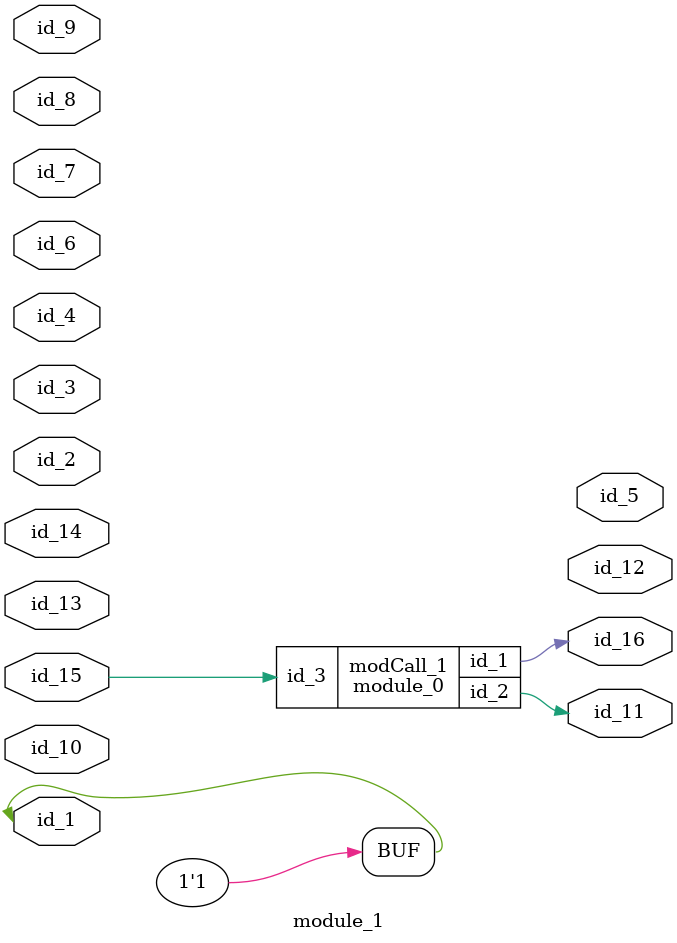
<source format=v>
module module_0 (
    id_1,
    id_2,
    id_3
);
  input wire id_3;
  output wire id_2;
  output wire id_1;
endmodule
module module_1 (
    id_1,
    id_2,
    id_3,
    id_4,
    id_5,
    id_6,
    id_7,
    id_8,
    id_9,
    id_10,
    id_11,
    id_12,
    id_13,
    id_14,
    id_15,
    id_16
);
  output wire id_16;
  input wire id_15;
  inout wire id_14;
  inout wire id_13;
  output wire id_12;
  output wire id_11;
  inout wire id_10;
  inout wire id_9;
  inout wire id_8;
  inout wire id_7;
  input wire id_6;
  output wire id_5;
  inout wire id_4;
  input wire id_3;
  input wire id_2;
  inout wire id_1;
  assign id_1 = -1;
  module_0 modCall_1 (
      id_16,
      id_11,
      id_15
  );
  genvar id_17;
endmodule

</source>
